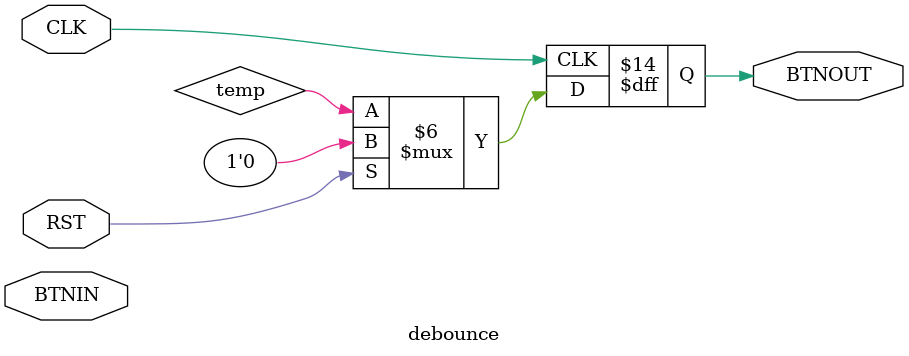
<source format=v>
module debounce (
	input		CLK,
	input		RST,
	input		BTNIN,
	output	reg	BTNOUT
);

// 125MHzを分周し40MHzを作成
reg [21:0] cnt22;

wire en40hz = (cnt22 == 22'd3125000-1);

always @( posedge CLK ) begin
	if ( RST )
		cnt22 <= 22'h0;
	else if ( en40hz  )
		cnt22 <= 22'h0;
	else 
		cnt22 <= cnt22 + 22'h1;
end

// スイッチ入力をFF2個で受ける
reg ff1, ff2;

always @( posedge CLK ) begin
	if ( RST )
		BTNOUT <= 1'b0;
	else
		BTNOUT <= temp;
end

endmodule

</source>
